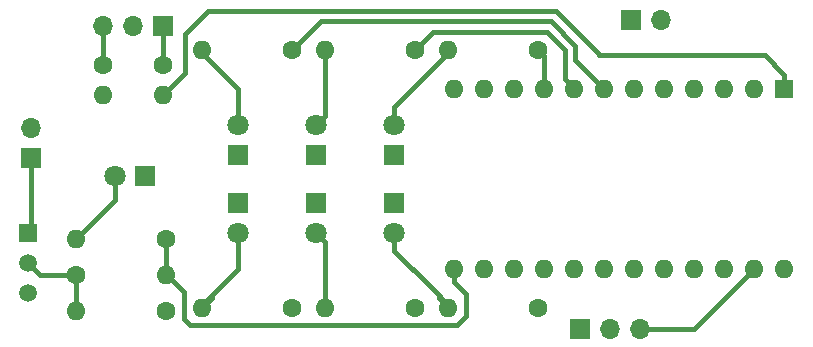
<source format=gbr>
G04 #@! TF.GenerationSoftware,KiCad,Pcbnew,(5.1.0)-1*
G04 #@! TF.CreationDate,2020-10-23T23:32:41+03:00*
G04 #@! TF.ProjectId,kitchen_sink,6b697463-6865-46e5-9f73-696e6b2e6b69,rev?*
G04 #@! TF.SameCoordinates,Original*
G04 #@! TF.FileFunction,Copper,L1,Top*
G04 #@! TF.FilePolarity,Positive*
%FSLAX46Y46*%
G04 Gerber Fmt 4.6, Leading zero omitted, Abs format (unit mm)*
G04 Created by KiCad (PCBNEW (5.1.0)-1) date 2020-10-23 23:32:41*
%MOMM*%
%LPD*%
G04 APERTURE LIST*
%ADD10C,1.600000*%
%ADD11O,1.600000X1.600000*%
%ADD12R,1.700000X1.700000*%
%ADD13O,1.700000X1.700000*%
%ADD14R,1.800000X1.800000*%
%ADD15C,1.800000*%
%ADD16R,1.500000X1.500000*%
%ADD17C,1.500000*%
%ADD18R,1.600000X1.600000*%
%ADD19C,0.400000*%
G04 APERTURE END LIST*
D10*
X122936000Y-85344000D03*
D11*
X115316000Y-85344000D03*
D12*
X80010000Y-94488000D03*
D13*
X80010000Y-91948000D03*
D11*
X86106000Y-89154000D03*
D10*
X86106000Y-86614000D03*
D11*
X91186000Y-89154000D03*
D10*
X91186000Y-86614000D03*
D14*
X97536000Y-98298000D03*
D15*
X97536000Y-100838000D03*
D13*
X133350000Y-82804000D03*
D12*
X130810000Y-82804000D03*
D11*
X94488000Y-85344000D03*
D10*
X102108000Y-85344000D03*
X122936000Y-107188000D03*
D11*
X115316000Y-107188000D03*
X104902000Y-85344000D03*
D10*
X112522000Y-85344000D03*
X112522000Y-107188000D03*
D11*
X104902000Y-107188000D03*
X94488000Y-107188000D03*
D10*
X102108000Y-107188000D03*
X91440000Y-107442000D03*
D11*
X83820000Y-107442000D03*
D16*
X79756000Y-100838000D03*
D17*
X79756000Y-105918000D03*
X79756000Y-103378000D03*
D18*
X143764000Y-88646000D03*
D11*
X115824000Y-103886000D03*
X141224000Y-88646000D03*
X118364000Y-103886000D03*
X138684000Y-88646000D03*
X120904000Y-103886000D03*
X136144000Y-88646000D03*
X123444000Y-103886000D03*
X133604000Y-88646000D03*
X125984000Y-103886000D03*
X131064000Y-88646000D03*
X128524000Y-103886000D03*
X128524000Y-88646000D03*
X131064000Y-103886000D03*
X125984000Y-88646000D03*
X133604000Y-103886000D03*
X123444000Y-88646000D03*
X136144000Y-103886000D03*
X120904000Y-88646000D03*
X138684000Y-103886000D03*
X118364000Y-88646000D03*
X141224000Y-103886000D03*
X115824000Y-88646000D03*
X143764000Y-103886000D03*
D15*
X110744000Y-91694000D03*
D14*
X110744000Y-94234000D03*
D15*
X104140000Y-91694000D03*
D14*
X104140000Y-94234000D03*
X97536000Y-94234000D03*
D15*
X97536000Y-91694000D03*
D14*
X110744000Y-98298000D03*
D15*
X110744000Y-100838000D03*
X104140000Y-100838000D03*
D14*
X104140000Y-98298000D03*
X89662000Y-96012000D03*
D15*
X87122000Y-96012000D03*
D12*
X91186000Y-83312000D03*
D13*
X88646000Y-83312000D03*
X86106000Y-83312000D03*
X131572000Y-108966000D03*
X129032000Y-108966000D03*
D12*
X126492000Y-108966000D03*
D11*
X91440000Y-104394000D03*
D10*
X83820000Y-104394000D03*
X91440000Y-101346000D03*
D11*
X83820000Y-101346000D03*
D19*
X142108010Y-85790010D02*
X128072186Y-85790010D01*
X143764000Y-87446000D02*
X142108010Y-85790010D01*
X143764000Y-88646000D02*
X143764000Y-87446000D01*
X124401593Y-82043979D02*
X94994021Y-82043979D01*
X128072186Y-85714572D02*
X124401593Y-82043979D01*
X128072186Y-85790010D02*
X128072186Y-85714572D01*
X91985999Y-88354001D02*
X91186000Y-89154000D01*
X92987999Y-87352001D02*
X91985999Y-88354001D01*
X92987999Y-84050001D02*
X92987999Y-87352001D01*
X94994021Y-82043979D02*
X92987999Y-84050001D01*
X91440000Y-101346000D02*
X91440000Y-104394000D01*
X92239999Y-105193999D02*
X91440000Y-104394000D01*
X92940001Y-108162001D02*
X92940001Y-105894001D01*
X93466001Y-108688001D02*
X92940001Y-108162001D01*
X92940001Y-105894001D02*
X92239999Y-105193999D01*
X116036001Y-108688001D02*
X93466001Y-108688001D01*
X116816001Y-107908001D02*
X116036001Y-108688001D01*
X116816001Y-106009371D02*
X116816001Y-107908001D01*
X115824000Y-105017370D02*
X116816001Y-106009371D01*
X115824000Y-103886000D02*
X115824000Y-105017370D01*
X102907999Y-84544001D02*
X102108000Y-85344000D01*
X104508011Y-82943989D02*
X102907999Y-84544001D01*
X124028797Y-82943989D02*
X104508011Y-82943989D01*
X126084011Y-84999203D02*
X124028797Y-82943989D01*
X126084011Y-86206011D02*
X126084011Y-84999203D01*
X128524000Y-88646000D02*
X126084011Y-86206011D01*
X113321999Y-84544001D02*
X112522000Y-85344000D01*
X114022001Y-83843999D02*
X113321999Y-84544001D01*
X123656001Y-83843999D02*
X114022001Y-83843999D01*
X125184001Y-85371999D02*
X123656001Y-83843999D01*
X125184001Y-87846001D02*
X125184001Y-85371999D01*
X125984000Y-88646000D02*
X125184001Y-87846001D01*
X123444000Y-85852000D02*
X122936000Y-85344000D01*
X123444000Y-88646000D02*
X123444000Y-85852000D01*
X136144000Y-108966000D02*
X141224000Y-103886000D01*
X131572000Y-108966000D02*
X136144000Y-108966000D01*
X110744000Y-90170000D02*
X110744000Y-91694000D01*
X115316000Y-85598000D02*
X110744000Y-90170000D01*
X104902000Y-90932000D02*
X104140000Y-91694000D01*
X104902000Y-85598000D02*
X104902000Y-90932000D01*
X97536000Y-88646000D02*
X94488000Y-85598000D01*
X97536000Y-91694000D02*
X97536000Y-88646000D01*
X110744000Y-102362000D02*
X110744000Y-100838000D01*
X114516001Y-106134001D02*
X113919000Y-105537000D01*
X114516001Y-106388001D02*
X114516001Y-106134001D01*
X115316000Y-107188000D02*
X114516001Y-106388001D01*
X115316000Y-106934000D02*
X113919000Y-105537000D01*
X113919000Y-105537000D02*
X110744000Y-102362000D01*
X104902000Y-101600000D02*
X104140000Y-100838000D01*
X104902000Y-106056630D02*
X104902000Y-105664000D01*
X104902000Y-107188000D02*
X104902000Y-106056630D01*
X104902000Y-106934000D02*
X104902000Y-105664000D01*
X104902000Y-105664000D02*
X104902000Y-101600000D01*
X97536000Y-103886000D02*
X97536000Y-100838000D01*
X95287999Y-106134001D02*
X96012000Y-105410000D01*
X95287999Y-106388001D02*
X95287999Y-106134001D01*
X94488000Y-107188000D02*
X95287999Y-106388001D01*
X94488000Y-106934000D02*
X96012000Y-105410000D01*
X96012000Y-105410000D02*
X97536000Y-103886000D01*
X87122000Y-98044000D02*
X87122000Y-96012000D01*
X83820000Y-101346000D02*
X87122000Y-98044000D01*
X79990000Y-100838000D02*
X79756000Y-100838000D01*
X80010000Y-100584000D02*
X79756000Y-100838000D01*
X80010000Y-94488000D02*
X80010000Y-100584000D01*
X91186000Y-86614000D02*
X91186000Y-83312000D01*
X86106000Y-86614000D02*
X86106000Y-83312000D01*
X83820000Y-107442000D02*
X83820000Y-104394000D01*
X80772000Y-104394000D02*
X83820000Y-104394000D01*
X79756000Y-103378000D02*
X80772000Y-104394000D01*
M02*

</source>
